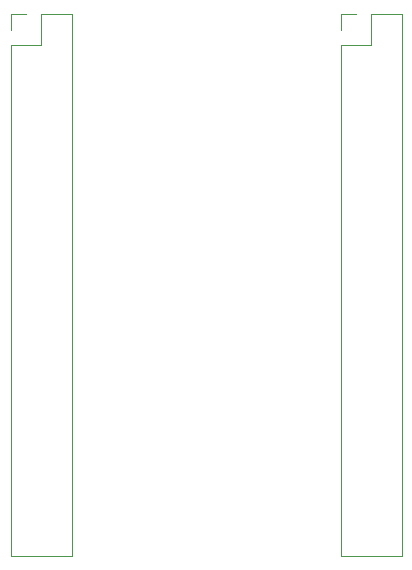
<source format=gbo>
G04 #@! TF.GenerationSoftware,KiCad,Pcbnew,(7.0.0)*
G04 #@! TF.CreationDate,2023-06-29T21:02:47+10:00*
G04 #@! TF.ProjectId,RP2040_minimal,52503230-3430-45f6-9d69-6e696d616c2e,REV1*
G04 #@! TF.SameCoordinates,Original*
G04 #@! TF.FileFunction,Legend,Bot*
G04 #@! TF.FilePolarity,Positive*
%FSLAX46Y46*%
G04 Gerber Fmt 4.6, Leading zero omitted, Abs format (unit mm)*
G04 Created by KiCad (PCBNEW (7.0.0)) date 2023-06-29 21:02:47*
%MOMM*%
%LPD*%
G01*
G04 APERTURE LIST*
%ADD10C,0.120000*%
%ADD11C,0.380000*%
%ADD12R,1.700000X1.700000*%
%ADD13O,1.700000X1.700000*%
%ADD14C,1.000000*%
G04 APERTURE END LIST*
D10*
X148650000Y-77410000D02*
X148650000Y-123250000D01*
X146050000Y-80010000D02*
X146050000Y-77410000D01*
X146050000Y-77410000D02*
X148650000Y-77410000D01*
X143450000Y-123250000D02*
X148650000Y-123250000D01*
X143450000Y-80010000D02*
X146050000Y-80010000D01*
X143450000Y-80010000D02*
X143450000Y-123250000D01*
X143450000Y-78740000D02*
X143450000Y-77410000D01*
X143450000Y-77410000D02*
X144780000Y-77410000D01*
X176590000Y-77410000D02*
X176590000Y-123250000D01*
X173990000Y-80010000D02*
X173990000Y-77410000D01*
X173990000Y-77410000D02*
X176590000Y-77410000D01*
X171390000Y-123250000D02*
X176590000Y-123250000D01*
X171390000Y-80010000D02*
X173990000Y-80010000D01*
X171390000Y-80010000D02*
X171390000Y-123250000D01*
X171390000Y-78740000D02*
X171390000Y-77410000D01*
X171390000Y-77410000D02*
X172720000Y-77410000D01*
%LPC*%
D11*
X179070000Y-90170000D03*
X179070000Y-89535000D03*
X179070000Y-88900000D03*
X179070000Y-88265000D03*
X179070000Y-87630000D03*
X179070000Y-86995000D03*
X179070000Y-86360000D03*
X179070000Y-85725000D03*
X179070000Y-85090000D03*
X179070000Y-114300000D03*
X179070000Y-113665000D03*
X179070000Y-113030000D03*
X179070000Y-112395000D03*
X179070000Y-111760000D03*
X179070000Y-111125000D03*
X179070000Y-110490000D03*
X179070000Y-109855000D03*
X179070000Y-109220000D03*
D12*
X163829999Y-119379999D03*
D13*
X163829999Y-121919999D03*
D12*
X152399999Y-121919999D03*
D13*
X154939999Y-121919999D03*
X157479999Y-121919999D03*
D12*
X162559999Y-81239999D03*
D13*
X162559999Y-78699999D03*
X165099999Y-81239999D03*
X165099999Y-78699999D03*
X167639999Y-81239999D03*
X167639999Y-78699999D03*
D12*
X156209999Y-81279999D03*
D13*
X153669999Y-81279999D03*
X156209999Y-78739999D03*
X153669999Y-78739999D03*
D12*
X144779999Y-78739999D03*
D13*
X147319999Y-78739999D03*
X144779999Y-81279999D03*
X147319999Y-81279999D03*
X144779999Y-83819999D03*
X147319999Y-83819999D03*
X144779999Y-86359999D03*
X147319999Y-86359999D03*
X144779999Y-88899999D03*
X147319999Y-88899999D03*
X144779999Y-91439999D03*
X147319999Y-91439999D03*
X144779999Y-93979999D03*
X147319999Y-93979999D03*
X144779999Y-96519999D03*
X147319999Y-96519999D03*
X144779999Y-99059999D03*
X147319999Y-99059999D03*
X144779999Y-101599999D03*
X147319999Y-101599999D03*
X144779999Y-104139999D03*
X147319999Y-104139999D03*
X144779999Y-106679999D03*
X147319999Y-106679999D03*
X144779999Y-109219999D03*
X147319999Y-109219999D03*
X144779999Y-111759999D03*
X147319999Y-111759999D03*
X144779999Y-114299999D03*
X147319999Y-114299999D03*
X144779999Y-116839999D03*
X147319999Y-116839999D03*
X144779999Y-119379999D03*
X147319999Y-119379999D03*
X144779999Y-121919999D03*
X147319999Y-121919999D03*
D14*
X172720000Y-99060000D03*
X172720000Y-96520000D03*
D12*
X172719999Y-78739999D03*
D13*
X175259999Y-78739999D03*
X172719999Y-81279999D03*
X175259999Y-81279999D03*
X172719999Y-83819999D03*
X175259999Y-83819999D03*
X172719999Y-86359999D03*
X175259999Y-86359999D03*
X172719999Y-88899999D03*
X175259999Y-88899999D03*
X172719999Y-91439999D03*
X175259999Y-91439999D03*
X172719999Y-93979999D03*
X175259999Y-93979999D03*
X175259999Y-96519999D03*
X175259999Y-99059999D03*
X172719999Y-101599999D03*
X175259999Y-101599999D03*
X172719999Y-104139999D03*
X175259999Y-104139999D03*
X172719999Y-106679999D03*
X175259999Y-106679999D03*
X172719999Y-109219999D03*
X175259999Y-109219999D03*
X172719999Y-111759999D03*
X175259999Y-111759999D03*
X172719999Y-114299999D03*
X175259999Y-114299999D03*
X172719999Y-116839999D03*
X175259999Y-116839999D03*
X172719999Y-119379999D03*
X175259999Y-119379999D03*
X172719999Y-121919999D03*
X175259999Y-121919999D03*
M02*

</source>
